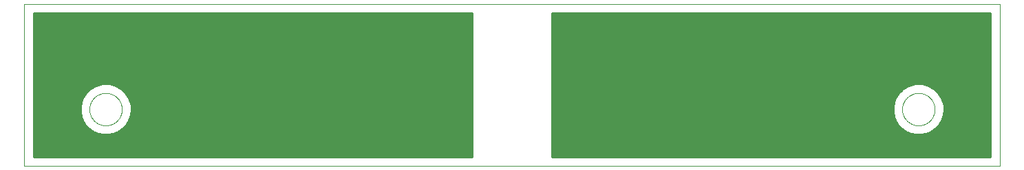
<source format=gtl>
G75*
%MOIN*%
%OFA0B0*%
%FSLAX25Y25*%
%IPPOS*%
%LPD*%
%AMOC8*
5,1,8,0,0,1.08239X$1,22.5*
%
%ADD10C,0.00000*%
%ADD11C,0.01600*%
D10*
X0001800Y0001800D02*
X0001800Y0080540D01*
X0474241Y0080540D01*
X0474241Y0001800D01*
X0001800Y0001800D01*
X0033296Y0029359D02*
X0033298Y0029552D01*
X0033305Y0029745D01*
X0033317Y0029938D01*
X0033334Y0030131D01*
X0033355Y0030323D01*
X0033381Y0030514D01*
X0033412Y0030705D01*
X0033447Y0030895D01*
X0033487Y0031084D01*
X0033532Y0031272D01*
X0033581Y0031459D01*
X0033635Y0031645D01*
X0033693Y0031829D01*
X0033756Y0032012D01*
X0033824Y0032193D01*
X0033895Y0032372D01*
X0033972Y0032550D01*
X0034052Y0032726D01*
X0034137Y0032899D01*
X0034226Y0033071D01*
X0034319Y0033240D01*
X0034416Y0033407D01*
X0034518Y0033572D01*
X0034623Y0033734D01*
X0034732Y0033893D01*
X0034846Y0034050D01*
X0034963Y0034203D01*
X0035083Y0034354D01*
X0035208Y0034502D01*
X0035336Y0034647D01*
X0035467Y0034788D01*
X0035602Y0034927D01*
X0035741Y0035062D01*
X0035882Y0035193D01*
X0036027Y0035321D01*
X0036175Y0035446D01*
X0036326Y0035566D01*
X0036479Y0035683D01*
X0036636Y0035797D01*
X0036795Y0035906D01*
X0036957Y0036011D01*
X0037122Y0036113D01*
X0037289Y0036210D01*
X0037458Y0036303D01*
X0037630Y0036392D01*
X0037803Y0036477D01*
X0037979Y0036557D01*
X0038157Y0036634D01*
X0038336Y0036705D01*
X0038517Y0036773D01*
X0038700Y0036836D01*
X0038884Y0036894D01*
X0039070Y0036948D01*
X0039257Y0036997D01*
X0039445Y0037042D01*
X0039634Y0037082D01*
X0039824Y0037117D01*
X0040015Y0037148D01*
X0040206Y0037174D01*
X0040398Y0037195D01*
X0040591Y0037212D01*
X0040784Y0037224D01*
X0040977Y0037231D01*
X0041170Y0037233D01*
X0041363Y0037231D01*
X0041556Y0037224D01*
X0041749Y0037212D01*
X0041942Y0037195D01*
X0042134Y0037174D01*
X0042325Y0037148D01*
X0042516Y0037117D01*
X0042706Y0037082D01*
X0042895Y0037042D01*
X0043083Y0036997D01*
X0043270Y0036948D01*
X0043456Y0036894D01*
X0043640Y0036836D01*
X0043823Y0036773D01*
X0044004Y0036705D01*
X0044183Y0036634D01*
X0044361Y0036557D01*
X0044537Y0036477D01*
X0044710Y0036392D01*
X0044882Y0036303D01*
X0045051Y0036210D01*
X0045218Y0036113D01*
X0045383Y0036011D01*
X0045545Y0035906D01*
X0045704Y0035797D01*
X0045861Y0035683D01*
X0046014Y0035566D01*
X0046165Y0035446D01*
X0046313Y0035321D01*
X0046458Y0035193D01*
X0046599Y0035062D01*
X0046738Y0034927D01*
X0046873Y0034788D01*
X0047004Y0034647D01*
X0047132Y0034502D01*
X0047257Y0034354D01*
X0047377Y0034203D01*
X0047494Y0034050D01*
X0047608Y0033893D01*
X0047717Y0033734D01*
X0047822Y0033572D01*
X0047924Y0033407D01*
X0048021Y0033240D01*
X0048114Y0033071D01*
X0048203Y0032899D01*
X0048288Y0032726D01*
X0048368Y0032550D01*
X0048445Y0032372D01*
X0048516Y0032193D01*
X0048584Y0032012D01*
X0048647Y0031829D01*
X0048705Y0031645D01*
X0048759Y0031459D01*
X0048808Y0031272D01*
X0048853Y0031084D01*
X0048893Y0030895D01*
X0048928Y0030705D01*
X0048959Y0030514D01*
X0048985Y0030323D01*
X0049006Y0030131D01*
X0049023Y0029938D01*
X0049035Y0029745D01*
X0049042Y0029552D01*
X0049044Y0029359D01*
X0049042Y0029166D01*
X0049035Y0028973D01*
X0049023Y0028780D01*
X0049006Y0028587D01*
X0048985Y0028395D01*
X0048959Y0028204D01*
X0048928Y0028013D01*
X0048893Y0027823D01*
X0048853Y0027634D01*
X0048808Y0027446D01*
X0048759Y0027259D01*
X0048705Y0027073D01*
X0048647Y0026889D01*
X0048584Y0026706D01*
X0048516Y0026525D01*
X0048445Y0026346D01*
X0048368Y0026168D01*
X0048288Y0025992D01*
X0048203Y0025819D01*
X0048114Y0025647D01*
X0048021Y0025478D01*
X0047924Y0025311D01*
X0047822Y0025146D01*
X0047717Y0024984D01*
X0047608Y0024825D01*
X0047494Y0024668D01*
X0047377Y0024515D01*
X0047257Y0024364D01*
X0047132Y0024216D01*
X0047004Y0024071D01*
X0046873Y0023930D01*
X0046738Y0023791D01*
X0046599Y0023656D01*
X0046458Y0023525D01*
X0046313Y0023397D01*
X0046165Y0023272D01*
X0046014Y0023152D01*
X0045861Y0023035D01*
X0045704Y0022921D01*
X0045545Y0022812D01*
X0045383Y0022707D01*
X0045218Y0022605D01*
X0045051Y0022508D01*
X0044882Y0022415D01*
X0044710Y0022326D01*
X0044537Y0022241D01*
X0044361Y0022161D01*
X0044183Y0022084D01*
X0044004Y0022013D01*
X0043823Y0021945D01*
X0043640Y0021882D01*
X0043456Y0021824D01*
X0043270Y0021770D01*
X0043083Y0021721D01*
X0042895Y0021676D01*
X0042706Y0021636D01*
X0042516Y0021601D01*
X0042325Y0021570D01*
X0042134Y0021544D01*
X0041942Y0021523D01*
X0041749Y0021506D01*
X0041556Y0021494D01*
X0041363Y0021487D01*
X0041170Y0021485D01*
X0040977Y0021487D01*
X0040784Y0021494D01*
X0040591Y0021506D01*
X0040398Y0021523D01*
X0040206Y0021544D01*
X0040015Y0021570D01*
X0039824Y0021601D01*
X0039634Y0021636D01*
X0039445Y0021676D01*
X0039257Y0021721D01*
X0039070Y0021770D01*
X0038884Y0021824D01*
X0038700Y0021882D01*
X0038517Y0021945D01*
X0038336Y0022013D01*
X0038157Y0022084D01*
X0037979Y0022161D01*
X0037803Y0022241D01*
X0037630Y0022326D01*
X0037458Y0022415D01*
X0037289Y0022508D01*
X0037122Y0022605D01*
X0036957Y0022707D01*
X0036795Y0022812D01*
X0036636Y0022921D01*
X0036479Y0023035D01*
X0036326Y0023152D01*
X0036175Y0023272D01*
X0036027Y0023397D01*
X0035882Y0023525D01*
X0035741Y0023656D01*
X0035602Y0023791D01*
X0035467Y0023930D01*
X0035336Y0024071D01*
X0035208Y0024216D01*
X0035083Y0024364D01*
X0034963Y0024515D01*
X0034846Y0024668D01*
X0034732Y0024825D01*
X0034623Y0024984D01*
X0034518Y0025146D01*
X0034416Y0025311D01*
X0034319Y0025478D01*
X0034226Y0025647D01*
X0034137Y0025819D01*
X0034052Y0025992D01*
X0033972Y0026168D01*
X0033895Y0026346D01*
X0033824Y0026525D01*
X0033756Y0026706D01*
X0033693Y0026889D01*
X0033635Y0027073D01*
X0033581Y0027259D01*
X0033532Y0027446D01*
X0033487Y0027634D01*
X0033447Y0027823D01*
X0033412Y0028013D01*
X0033381Y0028204D01*
X0033355Y0028395D01*
X0033334Y0028587D01*
X0033317Y0028780D01*
X0033305Y0028973D01*
X0033298Y0029166D01*
X0033296Y0029359D01*
X0426997Y0029359D02*
X0426999Y0029552D01*
X0427006Y0029745D01*
X0427018Y0029938D01*
X0427035Y0030131D01*
X0427056Y0030323D01*
X0427082Y0030514D01*
X0427113Y0030705D01*
X0427148Y0030895D01*
X0427188Y0031084D01*
X0427233Y0031272D01*
X0427282Y0031459D01*
X0427336Y0031645D01*
X0427394Y0031829D01*
X0427457Y0032012D01*
X0427525Y0032193D01*
X0427596Y0032372D01*
X0427673Y0032550D01*
X0427753Y0032726D01*
X0427838Y0032899D01*
X0427927Y0033071D01*
X0428020Y0033240D01*
X0428117Y0033407D01*
X0428219Y0033572D01*
X0428324Y0033734D01*
X0428433Y0033893D01*
X0428547Y0034050D01*
X0428664Y0034203D01*
X0428784Y0034354D01*
X0428909Y0034502D01*
X0429037Y0034647D01*
X0429168Y0034788D01*
X0429303Y0034927D01*
X0429442Y0035062D01*
X0429583Y0035193D01*
X0429728Y0035321D01*
X0429876Y0035446D01*
X0430027Y0035566D01*
X0430180Y0035683D01*
X0430337Y0035797D01*
X0430496Y0035906D01*
X0430658Y0036011D01*
X0430823Y0036113D01*
X0430990Y0036210D01*
X0431159Y0036303D01*
X0431331Y0036392D01*
X0431504Y0036477D01*
X0431680Y0036557D01*
X0431858Y0036634D01*
X0432037Y0036705D01*
X0432218Y0036773D01*
X0432401Y0036836D01*
X0432585Y0036894D01*
X0432771Y0036948D01*
X0432958Y0036997D01*
X0433146Y0037042D01*
X0433335Y0037082D01*
X0433525Y0037117D01*
X0433716Y0037148D01*
X0433907Y0037174D01*
X0434099Y0037195D01*
X0434292Y0037212D01*
X0434485Y0037224D01*
X0434678Y0037231D01*
X0434871Y0037233D01*
X0435064Y0037231D01*
X0435257Y0037224D01*
X0435450Y0037212D01*
X0435643Y0037195D01*
X0435835Y0037174D01*
X0436026Y0037148D01*
X0436217Y0037117D01*
X0436407Y0037082D01*
X0436596Y0037042D01*
X0436784Y0036997D01*
X0436971Y0036948D01*
X0437157Y0036894D01*
X0437341Y0036836D01*
X0437524Y0036773D01*
X0437705Y0036705D01*
X0437884Y0036634D01*
X0438062Y0036557D01*
X0438238Y0036477D01*
X0438411Y0036392D01*
X0438583Y0036303D01*
X0438752Y0036210D01*
X0438919Y0036113D01*
X0439084Y0036011D01*
X0439246Y0035906D01*
X0439405Y0035797D01*
X0439562Y0035683D01*
X0439715Y0035566D01*
X0439866Y0035446D01*
X0440014Y0035321D01*
X0440159Y0035193D01*
X0440300Y0035062D01*
X0440439Y0034927D01*
X0440574Y0034788D01*
X0440705Y0034647D01*
X0440833Y0034502D01*
X0440958Y0034354D01*
X0441078Y0034203D01*
X0441195Y0034050D01*
X0441309Y0033893D01*
X0441418Y0033734D01*
X0441523Y0033572D01*
X0441625Y0033407D01*
X0441722Y0033240D01*
X0441815Y0033071D01*
X0441904Y0032899D01*
X0441989Y0032726D01*
X0442069Y0032550D01*
X0442146Y0032372D01*
X0442217Y0032193D01*
X0442285Y0032012D01*
X0442348Y0031829D01*
X0442406Y0031645D01*
X0442460Y0031459D01*
X0442509Y0031272D01*
X0442554Y0031084D01*
X0442594Y0030895D01*
X0442629Y0030705D01*
X0442660Y0030514D01*
X0442686Y0030323D01*
X0442707Y0030131D01*
X0442724Y0029938D01*
X0442736Y0029745D01*
X0442743Y0029552D01*
X0442745Y0029359D01*
X0442743Y0029166D01*
X0442736Y0028973D01*
X0442724Y0028780D01*
X0442707Y0028587D01*
X0442686Y0028395D01*
X0442660Y0028204D01*
X0442629Y0028013D01*
X0442594Y0027823D01*
X0442554Y0027634D01*
X0442509Y0027446D01*
X0442460Y0027259D01*
X0442406Y0027073D01*
X0442348Y0026889D01*
X0442285Y0026706D01*
X0442217Y0026525D01*
X0442146Y0026346D01*
X0442069Y0026168D01*
X0441989Y0025992D01*
X0441904Y0025819D01*
X0441815Y0025647D01*
X0441722Y0025478D01*
X0441625Y0025311D01*
X0441523Y0025146D01*
X0441418Y0024984D01*
X0441309Y0024825D01*
X0441195Y0024668D01*
X0441078Y0024515D01*
X0440958Y0024364D01*
X0440833Y0024216D01*
X0440705Y0024071D01*
X0440574Y0023930D01*
X0440439Y0023791D01*
X0440300Y0023656D01*
X0440159Y0023525D01*
X0440014Y0023397D01*
X0439866Y0023272D01*
X0439715Y0023152D01*
X0439562Y0023035D01*
X0439405Y0022921D01*
X0439246Y0022812D01*
X0439084Y0022707D01*
X0438919Y0022605D01*
X0438752Y0022508D01*
X0438583Y0022415D01*
X0438411Y0022326D01*
X0438238Y0022241D01*
X0438062Y0022161D01*
X0437884Y0022084D01*
X0437705Y0022013D01*
X0437524Y0021945D01*
X0437341Y0021882D01*
X0437157Y0021824D01*
X0436971Y0021770D01*
X0436784Y0021721D01*
X0436596Y0021676D01*
X0436407Y0021636D01*
X0436217Y0021601D01*
X0436026Y0021570D01*
X0435835Y0021544D01*
X0435643Y0021523D01*
X0435450Y0021506D01*
X0435257Y0021494D01*
X0435064Y0021487D01*
X0434871Y0021485D01*
X0434678Y0021487D01*
X0434485Y0021494D01*
X0434292Y0021506D01*
X0434099Y0021523D01*
X0433907Y0021544D01*
X0433716Y0021570D01*
X0433525Y0021601D01*
X0433335Y0021636D01*
X0433146Y0021676D01*
X0432958Y0021721D01*
X0432771Y0021770D01*
X0432585Y0021824D01*
X0432401Y0021882D01*
X0432218Y0021945D01*
X0432037Y0022013D01*
X0431858Y0022084D01*
X0431680Y0022161D01*
X0431504Y0022241D01*
X0431331Y0022326D01*
X0431159Y0022415D01*
X0430990Y0022508D01*
X0430823Y0022605D01*
X0430658Y0022707D01*
X0430496Y0022812D01*
X0430337Y0022921D01*
X0430180Y0023035D01*
X0430027Y0023152D01*
X0429876Y0023272D01*
X0429728Y0023397D01*
X0429583Y0023525D01*
X0429442Y0023656D01*
X0429303Y0023791D01*
X0429168Y0023930D01*
X0429037Y0024071D01*
X0428909Y0024216D01*
X0428784Y0024364D01*
X0428664Y0024515D01*
X0428547Y0024668D01*
X0428433Y0024825D01*
X0428324Y0024984D01*
X0428219Y0025146D01*
X0428117Y0025311D01*
X0428020Y0025478D01*
X0427927Y0025647D01*
X0427838Y0025819D01*
X0427753Y0025992D01*
X0427673Y0026168D01*
X0427596Y0026346D01*
X0427525Y0026525D01*
X0427457Y0026706D01*
X0427394Y0026889D01*
X0427336Y0027073D01*
X0427282Y0027259D01*
X0427233Y0027446D01*
X0427188Y0027634D01*
X0427148Y0027823D01*
X0427113Y0028013D01*
X0427082Y0028204D01*
X0427056Y0028395D01*
X0427035Y0028587D01*
X0427018Y0028780D01*
X0427006Y0028973D01*
X0426999Y0029166D01*
X0426997Y0029359D01*
D11*
X0422197Y0028975D02*
X0257706Y0028975D01*
X0257706Y0030573D02*
X0422197Y0030573D01*
X0422197Y0031028D02*
X0422197Y0027690D01*
X0423061Y0024467D01*
X0424729Y0021577D01*
X0427089Y0019217D01*
X0429979Y0017549D01*
X0433202Y0016685D01*
X0436539Y0016685D01*
X0439763Y0017549D01*
X0442653Y0019217D01*
X0445013Y0021577D01*
X0446681Y0024467D01*
X0447545Y0027690D01*
X0447545Y0031028D01*
X0446681Y0034251D01*
X0445013Y0037141D01*
X0442653Y0039501D01*
X0439763Y0041169D01*
X0436539Y0042033D01*
X0433202Y0042033D01*
X0429979Y0041169D01*
X0427089Y0039501D01*
X0424729Y0037141D01*
X0423061Y0034251D01*
X0422197Y0031028D01*
X0422503Y0032172D02*
X0257706Y0032172D01*
X0257706Y0033770D02*
X0422932Y0033770D01*
X0423706Y0035369D02*
X0257706Y0035369D01*
X0257706Y0036967D02*
X0424629Y0036967D01*
X0426154Y0038566D02*
X0257706Y0038566D01*
X0257706Y0040164D02*
X0428238Y0040164D01*
X0432194Y0041763D02*
X0257706Y0041763D01*
X0257706Y0043361D02*
X0469441Y0043361D01*
X0469441Y0041763D02*
X0437548Y0041763D01*
X0441504Y0040164D02*
X0469441Y0040164D01*
X0469441Y0038566D02*
X0443588Y0038566D01*
X0445113Y0036967D02*
X0469441Y0036967D01*
X0469441Y0035369D02*
X0446036Y0035369D01*
X0446810Y0033770D02*
X0469441Y0033770D01*
X0469441Y0032172D02*
X0447238Y0032172D01*
X0447545Y0030573D02*
X0469441Y0030573D01*
X0469441Y0028975D02*
X0447545Y0028975D01*
X0447461Y0027376D02*
X0469441Y0027376D01*
X0469441Y0025778D02*
X0447032Y0025778D01*
X0446515Y0024179D02*
X0469441Y0024179D01*
X0469441Y0022581D02*
X0445592Y0022581D01*
X0444418Y0020982D02*
X0469441Y0020982D01*
X0469441Y0019384D02*
X0442819Y0019384D01*
X0440172Y0017785D02*
X0469441Y0017785D01*
X0469441Y0016187D02*
X0257706Y0016187D01*
X0257706Y0017785D02*
X0429569Y0017785D01*
X0426923Y0019384D02*
X0257706Y0019384D01*
X0257706Y0020982D02*
X0425324Y0020982D01*
X0424150Y0022581D02*
X0257706Y0022581D01*
X0257706Y0024179D02*
X0423227Y0024179D01*
X0422709Y0025778D02*
X0257706Y0025778D01*
X0257706Y0027376D02*
X0422281Y0027376D01*
X0469441Y0014588D02*
X0257706Y0014588D01*
X0257706Y0012990D02*
X0469441Y0012990D01*
X0469441Y0011391D02*
X0257706Y0011391D01*
X0257706Y0009793D02*
X0469441Y0009793D01*
X0469441Y0008194D02*
X0257706Y0008194D01*
X0257706Y0006600D02*
X0469441Y0006600D01*
X0469441Y0075740D01*
X0257706Y0075740D01*
X0257706Y0006600D01*
X0218335Y0006600D02*
X0218335Y0075740D01*
X0006600Y0075740D01*
X0006600Y0006600D01*
X0218335Y0006600D01*
X0218335Y0008194D02*
X0006600Y0008194D01*
X0006600Y0009793D02*
X0218335Y0009793D01*
X0218335Y0011391D02*
X0006600Y0011391D01*
X0006600Y0012990D02*
X0218335Y0012990D01*
X0218335Y0014588D02*
X0006600Y0014588D01*
X0006600Y0016187D02*
X0218335Y0016187D01*
X0218335Y0017785D02*
X0046471Y0017785D01*
X0046062Y0017549D02*
X0048952Y0019217D01*
X0051312Y0021577D01*
X0052980Y0024467D01*
X0053844Y0027690D01*
X0053844Y0031028D01*
X0052980Y0034251D01*
X0051312Y0037141D01*
X0048952Y0039501D01*
X0046062Y0041169D01*
X0042839Y0042033D01*
X0039502Y0042033D01*
X0036278Y0041169D01*
X0033388Y0039501D01*
X0031028Y0037141D01*
X0029360Y0034251D01*
X0028496Y0031028D01*
X0028496Y0027690D01*
X0029360Y0024467D01*
X0031028Y0021577D01*
X0033388Y0019217D01*
X0036278Y0017549D01*
X0039502Y0016685D01*
X0042839Y0016685D01*
X0046062Y0017549D01*
X0035869Y0017785D02*
X0006600Y0017785D01*
X0006600Y0019384D02*
X0033222Y0019384D01*
X0031623Y0020982D02*
X0006600Y0020982D01*
X0006600Y0022581D02*
X0030449Y0022581D01*
X0029526Y0024179D02*
X0006600Y0024179D01*
X0006600Y0025778D02*
X0029009Y0025778D01*
X0028580Y0027376D02*
X0006600Y0027376D01*
X0006600Y0028975D02*
X0028496Y0028975D01*
X0028496Y0030573D02*
X0006600Y0030573D01*
X0006600Y0032172D02*
X0028803Y0032172D01*
X0029231Y0033770D02*
X0006600Y0033770D01*
X0006600Y0035369D02*
X0030005Y0035369D01*
X0030928Y0036967D02*
X0006600Y0036967D01*
X0006600Y0038566D02*
X0032453Y0038566D01*
X0034537Y0040164D02*
X0006600Y0040164D01*
X0006600Y0041763D02*
X0038493Y0041763D01*
X0043847Y0041763D02*
X0218335Y0041763D01*
X0218335Y0040164D02*
X0047803Y0040164D01*
X0049887Y0038566D02*
X0218335Y0038566D01*
X0218335Y0036967D02*
X0051412Y0036967D01*
X0052335Y0035369D02*
X0218335Y0035369D01*
X0218335Y0033770D02*
X0053109Y0033770D01*
X0053538Y0032172D02*
X0218335Y0032172D01*
X0218335Y0030573D02*
X0053844Y0030573D01*
X0053844Y0028975D02*
X0218335Y0028975D01*
X0218335Y0027376D02*
X0053760Y0027376D01*
X0053332Y0025778D02*
X0218335Y0025778D01*
X0218335Y0024179D02*
X0052814Y0024179D01*
X0051891Y0022581D02*
X0218335Y0022581D01*
X0218335Y0020982D02*
X0050717Y0020982D01*
X0049118Y0019384D02*
X0218335Y0019384D01*
X0218335Y0043361D02*
X0006600Y0043361D01*
X0006600Y0044960D02*
X0218335Y0044960D01*
X0218335Y0046558D02*
X0006600Y0046558D01*
X0006600Y0048157D02*
X0218335Y0048157D01*
X0218335Y0049755D02*
X0006600Y0049755D01*
X0006600Y0051354D02*
X0218335Y0051354D01*
X0218335Y0052952D02*
X0006600Y0052952D01*
X0006600Y0054551D02*
X0218335Y0054551D01*
X0218335Y0056149D02*
X0006600Y0056149D01*
X0006600Y0057748D02*
X0218335Y0057748D01*
X0218335Y0059346D02*
X0006600Y0059346D01*
X0006600Y0060945D02*
X0218335Y0060945D01*
X0218335Y0062543D02*
X0006600Y0062543D01*
X0006600Y0064142D02*
X0218335Y0064142D01*
X0218335Y0065740D02*
X0006600Y0065740D01*
X0006600Y0067339D02*
X0218335Y0067339D01*
X0218335Y0068937D02*
X0006600Y0068937D01*
X0006600Y0070536D02*
X0218335Y0070536D01*
X0218335Y0072134D02*
X0006600Y0072134D01*
X0006600Y0073733D02*
X0218335Y0073733D01*
X0218335Y0075332D02*
X0006600Y0075332D01*
X0257706Y0075332D02*
X0469441Y0075332D01*
X0469441Y0073733D02*
X0257706Y0073733D01*
X0257706Y0072134D02*
X0469441Y0072134D01*
X0469441Y0070536D02*
X0257706Y0070536D01*
X0257706Y0068937D02*
X0469441Y0068937D01*
X0469441Y0067339D02*
X0257706Y0067339D01*
X0257706Y0065740D02*
X0469441Y0065740D01*
X0469441Y0064142D02*
X0257706Y0064142D01*
X0257706Y0062543D02*
X0469441Y0062543D01*
X0469441Y0060945D02*
X0257706Y0060945D01*
X0257706Y0059346D02*
X0469441Y0059346D01*
X0469441Y0057748D02*
X0257706Y0057748D01*
X0257706Y0056149D02*
X0469441Y0056149D01*
X0469441Y0054551D02*
X0257706Y0054551D01*
X0257706Y0052952D02*
X0469441Y0052952D01*
X0469441Y0051354D02*
X0257706Y0051354D01*
X0257706Y0049755D02*
X0469441Y0049755D01*
X0469441Y0048157D02*
X0257706Y0048157D01*
X0257706Y0046558D02*
X0469441Y0046558D01*
X0469441Y0044960D02*
X0257706Y0044960D01*
M02*

</source>
